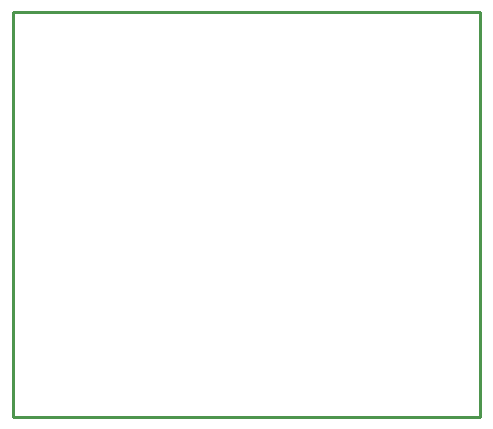
<source format=gko>
G04*
G04 #@! TF.GenerationSoftware,Altium Limited,Altium Designer,20.0.13 (296)*
G04*
G04 Layer_Color=16711935*
%FSLAX25Y25*%
%MOIN*%
G70*
G01*
G75*
%ADD13C,0.01000*%
D13*
X0Y0D02*
Y135169D01*
X155535D01*
Y0D02*
Y135169D01*
X0Y0D02*
X155535D01*
M02*

</source>
